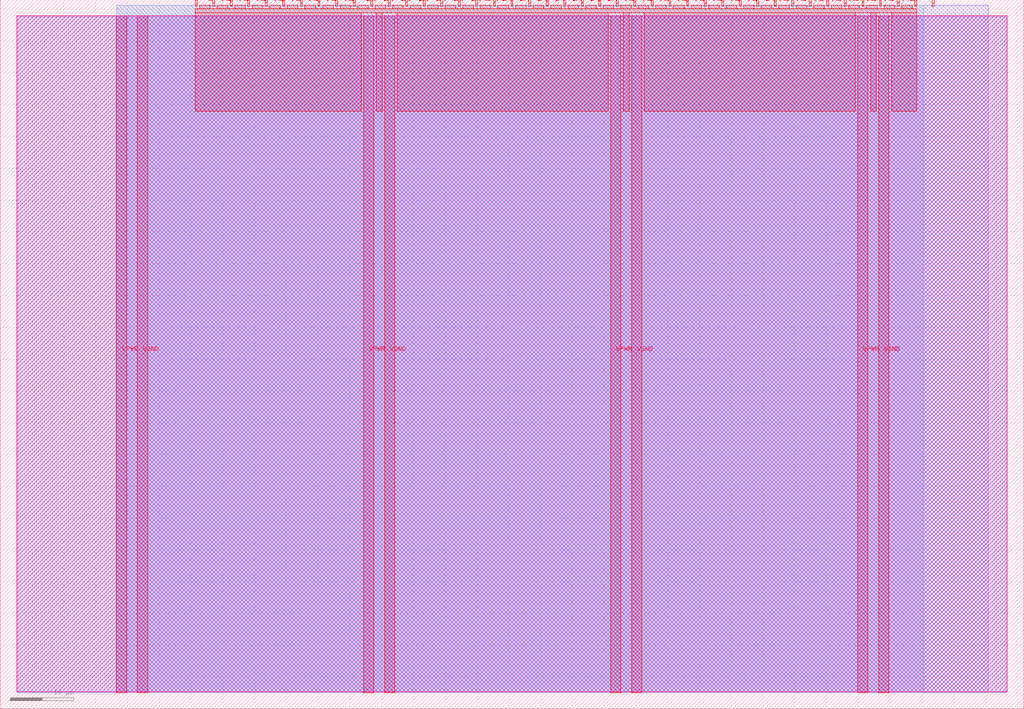
<source format=lef>
VERSION 5.7 ;
  NOWIREEXTENSIONATPIN ON ;
  DIVIDERCHAR "/" ;
  BUSBITCHARS "[]" ;
MACRO tt_um_tobimckellar_top
  CLASS BLOCK ;
  FOREIGN tt_um_tobimckellar_top ;
  ORIGIN 0.000 0.000 ;
  SIZE 161.000 BY 111.520 ;
  PIN VGND
    DIRECTION INOUT ;
    USE GROUND ;
    PORT
      LAYER met4 ;
        RECT 21.580 2.480 23.180 109.040 ;
    END
    PORT
      LAYER met4 ;
        RECT 60.450 2.480 62.050 109.040 ;
    END
    PORT
      LAYER met4 ;
        RECT 99.320 2.480 100.920 109.040 ;
    END
    PORT
      LAYER met4 ;
        RECT 138.190 2.480 139.790 109.040 ;
    END
  END VGND
  PIN VPWR
    DIRECTION INOUT ;
    USE POWER ;
    PORT
      LAYER met4 ;
        RECT 18.280 2.480 19.880 109.040 ;
    END
    PORT
      LAYER met4 ;
        RECT 57.150 2.480 58.750 109.040 ;
    END
    PORT
      LAYER met4 ;
        RECT 96.020 2.480 97.620 109.040 ;
    END
    PORT
      LAYER met4 ;
        RECT 134.890 2.480 136.490 109.040 ;
    END
  END VPWR
  PIN clk
    DIRECTION INPUT ;
    USE SIGNAL ;
    ANTENNAGATEAREA 0.852000 ;
    PORT
      LAYER met4 ;
        RECT 143.830 110.520 144.130 111.520 ;
    END
  END clk
  PIN ena
    DIRECTION INPUT ;
    USE SIGNAL ;
    PORT
      LAYER met4 ;
        RECT 146.590 110.520 146.890 111.520 ;
    END
  END ena
  PIN rst_n
    DIRECTION INPUT ;
    USE SIGNAL ;
    ANTENNAGATEAREA 0.196500 ;
    PORT
      LAYER met4 ;
        RECT 141.070 110.520 141.370 111.520 ;
    END
  END rst_n
  PIN ui_in[0]
    DIRECTION INPUT ;
    USE SIGNAL ;
    ANTENNAGATEAREA 0.196500 ;
    PORT
      LAYER met4 ;
        RECT 138.310 110.520 138.610 111.520 ;
    END
  END ui_in[0]
  PIN ui_in[1]
    DIRECTION INPUT ;
    USE SIGNAL ;
    ANTENNAGATEAREA 0.213000 ;
    PORT
      LAYER met4 ;
        RECT 135.550 110.520 135.850 111.520 ;
    END
  END ui_in[1]
  PIN ui_in[2]
    DIRECTION INPUT ;
    USE SIGNAL ;
    ANTENNAGATEAREA 0.213000 ;
    PORT
      LAYER met4 ;
        RECT 132.790 110.520 133.090 111.520 ;
    END
  END ui_in[2]
  PIN ui_in[3]
    DIRECTION INPUT ;
    USE SIGNAL ;
    ANTENNAGATEAREA 0.213000 ;
    PORT
      LAYER met4 ;
        RECT 130.030 110.520 130.330 111.520 ;
    END
  END ui_in[3]
  PIN ui_in[4]
    DIRECTION INPUT ;
    USE SIGNAL ;
    ANTENNAGATEAREA 0.196500 ;
    PORT
      LAYER met4 ;
        RECT 127.270 110.520 127.570 111.520 ;
    END
  END ui_in[4]
  PIN ui_in[5]
    DIRECTION INPUT ;
    USE SIGNAL ;
    ANTENNAGATEAREA 0.213000 ;
    PORT
      LAYER met4 ;
        RECT 124.510 110.520 124.810 111.520 ;
    END
  END ui_in[5]
  PIN ui_in[6]
    DIRECTION INPUT ;
    USE SIGNAL ;
    ANTENNAGATEAREA 0.196500 ;
    PORT
      LAYER met4 ;
        RECT 121.750 110.520 122.050 111.520 ;
    END
  END ui_in[6]
  PIN ui_in[7]
    DIRECTION INPUT ;
    USE SIGNAL ;
    ANTENNAGATEAREA 0.196500 ;
    PORT
      LAYER met4 ;
        RECT 118.990 110.520 119.290 111.520 ;
    END
  END ui_in[7]
  PIN uio_in[0]
    DIRECTION INPUT ;
    USE SIGNAL ;
    PORT
      LAYER met4 ;
        RECT 116.230 110.520 116.530 111.520 ;
    END
  END uio_in[0]
  PIN uio_in[1]
    DIRECTION INPUT ;
    USE SIGNAL ;
    PORT
      LAYER met4 ;
        RECT 113.470 110.520 113.770 111.520 ;
    END
  END uio_in[1]
  PIN uio_in[2]
    DIRECTION INPUT ;
    USE SIGNAL ;
    PORT
      LAYER met4 ;
        RECT 110.710 110.520 111.010 111.520 ;
    END
  END uio_in[2]
  PIN uio_in[3]
    DIRECTION INPUT ;
    USE SIGNAL ;
    PORT
      LAYER met4 ;
        RECT 107.950 110.520 108.250 111.520 ;
    END
  END uio_in[3]
  PIN uio_in[4]
    DIRECTION INPUT ;
    USE SIGNAL ;
    PORT
      LAYER met4 ;
        RECT 105.190 110.520 105.490 111.520 ;
    END
  END uio_in[4]
  PIN uio_in[5]
    DIRECTION INPUT ;
    USE SIGNAL ;
    PORT
      LAYER met4 ;
        RECT 102.430 110.520 102.730 111.520 ;
    END
  END uio_in[5]
  PIN uio_in[6]
    DIRECTION INPUT ;
    USE SIGNAL ;
    PORT
      LAYER met4 ;
        RECT 99.670 110.520 99.970 111.520 ;
    END
  END uio_in[6]
  PIN uio_in[7]
    DIRECTION INPUT ;
    USE SIGNAL ;
    PORT
      LAYER met4 ;
        RECT 96.910 110.520 97.210 111.520 ;
    END
  END uio_in[7]
  PIN uio_oe[0]
    DIRECTION OUTPUT ;
    USE SIGNAL ;
    PORT
      LAYER met4 ;
        RECT 49.990 110.520 50.290 111.520 ;
    END
  END uio_oe[0]
  PIN uio_oe[1]
    DIRECTION OUTPUT ;
    USE SIGNAL ;
    PORT
      LAYER met4 ;
        RECT 47.230 110.520 47.530 111.520 ;
    END
  END uio_oe[1]
  PIN uio_oe[2]
    DIRECTION OUTPUT ;
    USE SIGNAL ;
    PORT
      LAYER met4 ;
        RECT 44.470 110.520 44.770 111.520 ;
    END
  END uio_oe[2]
  PIN uio_oe[3]
    DIRECTION OUTPUT ;
    USE SIGNAL ;
    PORT
      LAYER met4 ;
        RECT 41.710 110.520 42.010 111.520 ;
    END
  END uio_oe[3]
  PIN uio_oe[4]
    DIRECTION OUTPUT ;
    USE SIGNAL ;
    PORT
      LAYER met4 ;
        RECT 38.950 110.520 39.250 111.520 ;
    END
  END uio_oe[4]
  PIN uio_oe[5]
    DIRECTION OUTPUT ;
    USE SIGNAL ;
    PORT
      LAYER met4 ;
        RECT 36.190 110.520 36.490 111.520 ;
    END
  END uio_oe[5]
  PIN uio_oe[6]
    DIRECTION OUTPUT ;
    USE SIGNAL ;
    PORT
      LAYER met4 ;
        RECT 33.430 110.520 33.730 111.520 ;
    END
  END uio_oe[6]
  PIN uio_oe[7]
    DIRECTION OUTPUT ;
    USE SIGNAL ;
    PORT
      LAYER met4 ;
        RECT 30.670 110.520 30.970 111.520 ;
    END
  END uio_oe[7]
  PIN uio_out[0]
    DIRECTION OUTPUT ;
    USE SIGNAL ;
    PORT
      LAYER met4 ;
        RECT 72.070 110.520 72.370 111.520 ;
    END
  END uio_out[0]
  PIN uio_out[1]
    DIRECTION OUTPUT ;
    USE SIGNAL ;
    PORT
      LAYER met4 ;
        RECT 69.310 110.520 69.610 111.520 ;
    END
  END uio_out[1]
  PIN uio_out[2]
    DIRECTION OUTPUT ;
    USE SIGNAL ;
    PORT
      LAYER met4 ;
        RECT 66.550 110.520 66.850 111.520 ;
    END
  END uio_out[2]
  PIN uio_out[3]
    DIRECTION OUTPUT ;
    USE SIGNAL ;
    PORT
      LAYER met4 ;
        RECT 63.790 110.520 64.090 111.520 ;
    END
  END uio_out[3]
  PIN uio_out[4]
    DIRECTION OUTPUT ;
    USE SIGNAL ;
    PORT
      LAYER met4 ;
        RECT 61.030 110.520 61.330 111.520 ;
    END
  END uio_out[4]
  PIN uio_out[5]
    DIRECTION OUTPUT ;
    USE SIGNAL ;
    PORT
      LAYER met4 ;
        RECT 58.270 110.520 58.570 111.520 ;
    END
  END uio_out[5]
  PIN uio_out[6]
    DIRECTION OUTPUT ;
    USE SIGNAL ;
    PORT
      LAYER met4 ;
        RECT 55.510 110.520 55.810 111.520 ;
    END
  END uio_out[6]
  PIN uio_out[7]
    DIRECTION OUTPUT ;
    USE SIGNAL ;
    PORT
      LAYER met4 ;
        RECT 52.750 110.520 53.050 111.520 ;
    END
  END uio_out[7]
  PIN uo_out[0]
    DIRECTION OUTPUT ;
    USE SIGNAL ;
    PORT
      LAYER met4 ;
        RECT 94.150 110.520 94.450 111.520 ;
    END
  END uo_out[0]
  PIN uo_out[1]
    DIRECTION OUTPUT ;
    USE SIGNAL ;
    PORT
      LAYER met4 ;
        RECT 91.390 110.520 91.690 111.520 ;
    END
  END uo_out[1]
  PIN uo_out[2]
    DIRECTION OUTPUT ;
    USE SIGNAL ;
    PORT
      LAYER met4 ;
        RECT 88.630 110.520 88.930 111.520 ;
    END
  END uo_out[2]
  PIN uo_out[3]
    DIRECTION OUTPUT ;
    USE SIGNAL ;
    PORT
      LAYER met4 ;
        RECT 85.870 110.520 86.170 111.520 ;
    END
  END uo_out[3]
  PIN uo_out[4]
    DIRECTION OUTPUT ;
    USE SIGNAL ;
    PORT
      LAYER met4 ;
        RECT 83.110 110.520 83.410 111.520 ;
    END
  END uo_out[4]
  PIN uo_out[5]
    DIRECTION OUTPUT ;
    USE SIGNAL ;
    PORT
      LAYER met4 ;
        RECT 80.350 110.520 80.650 111.520 ;
    END
  END uo_out[5]
  PIN uo_out[6]
    DIRECTION OUTPUT ;
    USE SIGNAL ;
    PORT
      LAYER met4 ;
        RECT 77.590 110.520 77.890 111.520 ;
    END
  END uo_out[6]
  PIN uo_out[7]
    DIRECTION OUTPUT ;
    USE SIGNAL ;
    ANTENNADIFFAREA 0.445500 ;
    PORT
      LAYER met4 ;
        RECT 74.830 110.520 75.130 111.520 ;
    END
  END uo_out[7]
  OBS
      LAYER nwell ;
        RECT 2.570 2.635 158.430 108.990 ;
      LAYER li1 ;
        RECT 2.760 2.635 158.240 108.885 ;
      LAYER met1 ;
        RECT 2.760 2.480 158.240 109.040 ;
      LAYER met2 ;
        RECT 18.310 2.535 155.380 110.685 ;
      LAYER met3 ;
        RECT 18.290 2.555 145.295 110.665 ;
      LAYER met4 ;
        RECT 31.370 110.120 33.030 110.665 ;
        RECT 34.130 110.120 35.790 110.665 ;
        RECT 36.890 110.120 38.550 110.665 ;
        RECT 39.650 110.120 41.310 110.665 ;
        RECT 42.410 110.120 44.070 110.665 ;
        RECT 45.170 110.120 46.830 110.665 ;
        RECT 47.930 110.120 49.590 110.665 ;
        RECT 50.690 110.120 52.350 110.665 ;
        RECT 53.450 110.120 55.110 110.665 ;
        RECT 56.210 110.120 57.870 110.665 ;
        RECT 58.970 110.120 60.630 110.665 ;
        RECT 61.730 110.120 63.390 110.665 ;
        RECT 64.490 110.120 66.150 110.665 ;
        RECT 67.250 110.120 68.910 110.665 ;
        RECT 70.010 110.120 71.670 110.665 ;
        RECT 72.770 110.120 74.430 110.665 ;
        RECT 75.530 110.120 77.190 110.665 ;
        RECT 78.290 110.120 79.950 110.665 ;
        RECT 81.050 110.120 82.710 110.665 ;
        RECT 83.810 110.120 85.470 110.665 ;
        RECT 86.570 110.120 88.230 110.665 ;
        RECT 89.330 110.120 90.990 110.665 ;
        RECT 92.090 110.120 93.750 110.665 ;
        RECT 94.850 110.120 96.510 110.665 ;
        RECT 97.610 110.120 99.270 110.665 ;
        RECT 100.370 110.120 102.030 110.665 ;
        RECT 103.130 110.120 104.790 110.665 ;
        RECT 105.890 110.120 107.550 110.665 ;
        RECT 108.650 110.120 110.310 110.665 ;
        RECT 111.410 110.120 113.070 110.665 ;
        RECT 114.170 110.120 115.830 110.665 ;
        RECT 116.930 110.120 118.590 110.665 ;
        RECT 119.690 110.120 121.350 110.665 ;
        RECT 122.450 110.120 124.110 110.665 ;
        RECT 125.210 110.120 126.870 110.665 ;
        RECT 127.970 110.120 129.630 110.665 ;
        RECT 130.730 110.120 132.390 110.665 ;
        RECT 133.490 110.120 135.150 110.665 ;
        RECT 136.250 110.120 137.910 110.665 ;
        RECT 139.010 110.120 140.670 110.665 ;
        RECT 141.770 110.120 143.430 110.665 ;
        RECT 30.655 109.440 144.145 110.120 ;
        RECT 30.655 94.015 56.750 109.440 ;
        RECT 59.150 94.015 60.050 109.440 ;
        RECT 62.450 94.015 95.620 109.440 ;
        RECT 98.020 94.015 98.920 109.440 ;
        RECT 101.320 94.015 134.490 109.440 ;
        RECT 136.890 94.015 137.790 109.440 ;
        RECT 140.190 94.015 144.145 109.440 ;
  END
END tt_um_tobimckellar_top
END LIBRARY


</source>
